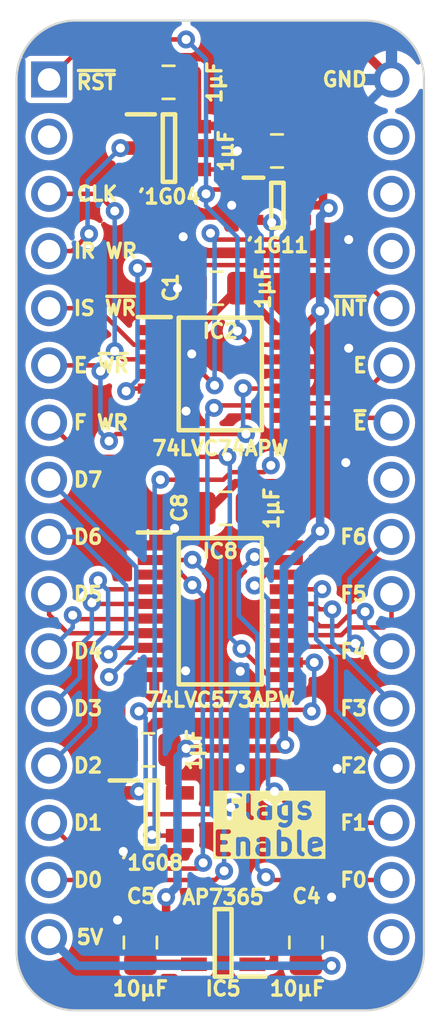
<source format=kicad_pcb>
(kicad_pcb (version 20221018) (generator pcbnew)
  (layers (0 "F.Cu" signal) (31 "B.Cu" signal) (36 "B.SilkS" user "B.Silkscreen") (37 "F.SilkS" user "F.Silkscreen") (38 "B.Mask" user) (39 "F.Mask" user) (44 "Edge.Cuts" user))
  (net 0 "")
  (net 1 "/5V")
  (net 2 "/GND")
  (net 3 "/3.3V")
  (net 4 "/~{Reset}")
  (net 5 "/Interrupt Enable")
  (net 6 "Net-(IC1-Y)")
  (net 7 "/~{Interrupt}")
  (net 9 "/~{Enable}")
  (net 10 "/Enable")
  (net 12 "/D0")
  (net 13 "/D1")
  (net 14 "/D2")
  (net 15 "/D3")
  (net 16 "/D4")
  (net 17 "/D5")
  (net 18 "/D6")
  (net 19 "/D7")
  (net 20 "/F6")
  (net 21 "/F5")
  (net 22 "/F4")
  (net 23 "/F3")
  (net 24 "/F2")
  (net 25 "/F1")
  (net 26 "/F0")
  (net 30 "Net-(IC4-B)")
  (net 31 "/Clear Interrupt ~{WR}")
  (net 32 "/Set Interrupt ~{WR}")
  (net 33 "/CLK")
  (net 34 "/Enable ~{WR}")
  (net 35 "/Clear Interrupt WR")
  (net 36 "/Flags WR")
  (footprint "SamacSys_Parts:SOT95P275X110-5N" (layer "F.Cu") (at 118.872 85.979)
    (fp_text reference "IC4" hide)
    (fp_text value "74LVC1G08GV,125" hide)
  )
  (footprint "SamacSys_Parts:SOP65P210X110-6N" (layer "F.Cu") (at 124.46 58.928)
    (fp_text reference "IC1" hide)
    (fp_text value "74LVC1G11GW-Q100H" hide)
  )
  (footprint "SamacSys_Parts:C_0805" (layer "F.Cu") (at 122.174 72.39 90)
    (fp_text reference "C8")
    (fp_text value "1μF")
  )
  (footprint "SamacSys_Parts:C_0805" (layer "F.Cu") (at 118.364 91.694)
    (fp_text reference "C5")
    (fp_text value "10µF")
  )
  (footprint "SamacSys_Parts:C_0805" (layer "F.Cu") (at 124.46 56.515 90)
    (fp_text reference "C6" hide)
    (fp_text value "1μF")
  )
  (footprint "SamacSys_Parts:C_0805" (layer "F.Cu") (at 121.793 62.611 90)
    (fp_text reference "C1")
    (fp_text value "1μF")
  )
  (footprint "SamacSys_Parts:C_0805" (layer "F.Cu") (at 125.73 91.694)
    (fp_text reference "C4")
    (fp_text value "10µF")
  )
  (footprint "SamacSys_Parts:DIP-32_Board_W15.24mm" (layer "F.Cu") (at 114.3 53.34)
    (fp_text reference "J1" hide)
    (fp_text value "Conn_02x16_Counter_Clockwise" hide)
  )
  (footprint "SamacSys_Parts:C_0805" (layer "F.Cu") (at 119.634 53.467 90)
    (fp_text reference "C7" hide)
    (fp_text value "1μF")
  )
  (footprint "SamacSys_Parts:SOT95P275X110-5N" (layer "F.Cu") (at 119.634 56.388)
    (fp_text reference "IC3" hide)
    (fp_text value "74LVC1G04GV,125" hide)
  )
  (footprint "SamacSys_Parts:C_0805" (layer "F.Cu") (at 118.725 83.119 90)
    (fp_text reference "C9" hide)
    (fp_text value "1μF")
  )
  (footprint "SamacSys_Parts:SOP65P640X110-14N" (layer "F.Cu") (at 121.92 66.421)
    (fp_text reference "IC2")
    (fp_text value "74LVC74APW,118" hide)
  )
  (footprint "SamacSys_Parts:SOT95P285X130-5N" (layer "F.Cu") (at 122.047 91.694 180)
    (fp_text reference "IC5")
    (fp_text value "AP7365-33WG-7" hide)
  )
  (footprint "SamacSys_Parts:SOP65P640X110-20N" (layer "F.Cu") (at 121.92 76.962)
    (fp_text reference "IC8")
    (fp_text value "74LVC573APW,118" hide)
  )
  (gr_line (start 115.4684 50.726268) (end 128.3716 50.726268) (stroke (width 0.1)) (layer "Edge.Cuts"))
  (gr_arc (start 112.854668 53.34) (mid 113.620212 51.491812) (end 115.4684 50.726268) (stroke (width 0.1)) (layer "Edge.Cuts"))
  (gr_line (start 128.371601 94.688732) (end 115.468401 94.688732) (stroke (width 0.1)) (layer "Edge.Cuts"))
  (gr_line (start 112.854668 92.074999) (end 112.854668 53.34) (stroke (width 0.1)) (layer "Edge.Cuts"))
  (gr_arc (start 128.3716 50.726268) (mid 130.219788 51.491812) (end 130.985332 53.34) (stroke (width 0.1)) (layer "Edge.Cuts"))
  (gr_line (start 130.985333 92.075) (end 130.985332 53.34) (stroke (width 0.1)) (layer "Edge.Cuts"))
  (gr_arc (start 115.468401 94.688732) (mid 113.620212 93.923188) (end 112.854668 92.074999) (stroke (width 0.1)) (layer "Edge.Cuts"))
  (gr_arc (start 130.985333 92.075) (mid 130.219788 93.923187) (end 128.371601 94.688732) (stroke (width 0.1)) (layer "Edge.Cuts"))
  (gr_text "F1" (at 128.524 86.36) (layer "F.SilkS") (effects (font (size 0.635 0.635) (thickness 0.15) bold) (justify right)))
  (gr_text "F5" (at 128.524 76.2) (layer "F.SilkS") (effects (font (size 0.635 0.635) (thickness 0.15) bold) (justify right)))
  (gr_text "F3" (at 128.524 81.28) (layer "F.SilkS") (effects (font (size 0.635 0.635) (thickness 0.15) bold) (justify right)))
  (gr_text "~{E}" (at 128.524 68.58) (layer "F.SilkS") (effects (font (size 0.635 0.635) (thickness 0.15) bold) (justify right)))
  (gr_text "E ~{WR}" (at 115.316 66.04) (layer "F.SilkS") (effects (font (size 0.635 0.635) (thickness 0.15) bold) (justify left)))
  (gr_text "D7" (at 115.316 71.12) (layer "F.SilkS") (effects (font (size 0.635 0.635) (thickness 0.15) bold) (justify left)))
  (gr_text "D4" (at 115.316 78.74) (layer "F.SilkS") (effects (font (size 0.635 0.635) (thickness 0.15) bold) (justify left)))
  (gr_text "IR WR" (at 115.316 60.96) (layer "F.SilkS") (effects (font (size 0.635 0.635) (thickness 0.15) bold) (justify left)))
  (gr_text "D2" (at 115.316 83.82) (layer "F.SilkS") (effects (font (size 0.635 0.635) (thickness 0.15) bold) (justify left)))
  (gr_text "F2" (at 128.524 83.82) (layer "F.SilkS") (effects (font (size 0.635 0.635) (thickness 0.15) bold) (justify right)))
  (gr_text "Flags\nEnable" (at 124.079 87.884) (layer "F.SilkS" knockout) (effects (font (size 1 1) (thickness 0.2) bold) (justify bottom)))
  (gr_text "F4" (at 128.524 78.74) (layer "F.SilkS") (effects (font (size 0.635 0.635) (thickness 0.15) bold) (justify right)))
  (gr_text "F6" (at 128.524 73.66) (layer "F.SilkS") (effects (font (size 0.635 0.635) (thickness 0.15) bold) (justify right)))
  (gr_text "D3" (at 115.316 81.28) (layer "F.SilkS") (effects (font (size 0.635 0.635) (thickness 0.15) bold) (justify left)))
  (gr_text "GND" (at 128.524 53.34) (layer "F.SilkS") (effects (font (size 0.635 0.635) (thickness 0.15) bold) (justify right)))
  (gr_text "F WR" (at 115.316 68.58) (layer "F.SilkS") (effects (font (size 0.635 0.635) (thickness 0.15) bold) (justify left)))
  (gr_text "D6" (at 115.316 73.66) (layer "F.SilkS") (effects (font (size 0.635 0.635) (thickness 0.15) bold) (justify left)))
  (gr_text "D5" (at 115.316 76.2) (layer "F.SilkS") (effects (font (size 0.635 0.635) (thickness 0.15) bold) (justify left)))
  (gr_text "CLK" (at 115.443 58.42) (layer "F.SilkS") (effects (font (size 0.635 0.635) (thickness 0.15) bold) (justify left)))
  (gr_text "IS ~{WR}" (at 115.316 63.5) (layer "F.SilkS") (effects (font (size 0.635 0.635) (thickness 0.15) bold) (justify left)))
  (gr_text "E" (at 128.524 66.04) (layer "F.SilkS") (effects (font (size 0.635 0.635) (thickness 0.15) bold) (justify right)))
  (gr_text "D1" (at 115.316 86.36) (layer "F.SilkS") (effects (font (size 0.635 0.635) (thickness 0.15) bold) (justify left)))
  (gr_text "~{INT}" (at 128.524 63.5) (layer "F.SilkS") (effects (font (size 0.635 0.635) (thickness 0.15) bold) (justify right)))
  (gr_text "D0" (at 115.316 88.9) (layer "F.SilkS") (effects (font (size 0.635 0.635) (thickness 0.15) bold) (justify left)))
  (gr_text "F0" (at 128.524 88.9) (layer "F.SilkS") (effects (font (size 0.635 0.635) (thickness 0.15) bold) (justify right)))
  (gr_text "5V" (at 115.443 91.44) (layer "F.SilkS") (effects (font (size 0.635 0.635) (thickness 0.15) bold) (justify left)))
  (gr_text "~{RST}" (at 115.443 53.467) (layer "F.SilkS") (effects (font (size 0.635 0.635) (thickness 0.15) bold) (justify left)))
  (segment (start 125.73 92.456) (end 124.968 91.694) (width 0.38) (layer "F.Cu") (net 1))
  (segment (start 124.312 91.694) (end 124.312 92.477) (width 0.38) (layer "F.Cu") (net 1))
  (segment (start 124.145 92.644) (end 123.347 92.644) (width 0.38) (layer "F.Cu") (net 1))
  (segment (start 124.312 91.004) (end 124.312 91.694) (width 0.38) (layer "F.Cu") (net 1))
  (segment (start 125.73 92.628) (end 126.791 92.628) (width 0.38) (layer "F.Cu") (net 1))
  (segment (start 124.968 91.694) (end 124.312 91.694) (width 0.38) (layer "F.Cu") (net 1))
  (segment (start 124.052 90.744) (end 124.312 91.004) (width 0.38) (layer "F.Cu") (net 1))
  (segment (start 126.791 92.628) (end 126.873 92.71) (width 0.38) (layer "F.Cu") (net 1))
  (segment (start 123.347 90.744) (end 124.052 90.744) (width 0.38) (layer "F.Cu") (net 1))
  (segment (start 124.312 92.477) (end 124.145 92.644) (width 0.38) (layer "F.Cu") (net 1))
  (via (at 126.873 92.71) (size 0.8) (drill 0.4) (layers "F.Cu" "B.Cu") (net 1))
  (segment (start 115.57 92.71) (end 114.3 91.44) (width 0.38) (layer "B.Cu") (net 1))
  (segment (start 126.873 92.71) (end 115.57 92.71) (width 0.38) (layer "B.Cu") (net 1))
  (segment (start 124.587 90.043) (end 124.576 90.054) (width 0.38) (layer "F.Cu") (net 2))
  (segment (start 117.040886 57.338) (end 118.384 57.338) (width 0.38) (layer "F.Cu") (net 2))
  (segment (start 121.976 59.38) (end 122.428005 58.927995) (width 0.38) (layer "F.Cu") (net 2))
  (segment (start 121.92 93.599) (end 122.301 93.218) (width 0.38) (layer "F.Cu") (net 2))
  (segment (start 122.301 90.135) (end 122.301 91.603) (width 0.38) (layer "F.Cu") (net 2))
  (segment (start 117.622 87.61) (end 117.602 87.63) (width 0.38) (layer "F.Cu") (net 2))
  (segment (start 116.586 55.549) (end 116.586 56.883114) (width 0.38) (layer "F.Cu") (net 2))
  (segment (start 119.783 52.352) (end 128.552 52.352) (width 0.38) (layer "F.Cu") (net 2))
  (segment (start 117.622 86.929) (end 116.867 86.929) (width 0.38) (layer "F.Cu") (net 2))
  (segment (start 116.607 83.672) (end 117.16 83.119) (width 0.38) (layer "F.Cu") (net 2))
  (segment (start 120.097 68.371) (end 120.396 68.072) (width 0.38) (layer "F.Cu") (net 2))
  (segment (start 127.142 65.771) (end 124.858 65.771) (width 0.38) (layer "F.Cu") (net 2))
  (segment (start 122.42801 58.928) (end 122.428005 58.927995) (width 0.38) (layer "F.Cu") (net 2))
  (segment (start 117.249 93.143097) (end 117.704903 93.599) (width 0.38) (layer "F.Cu") (net 2))
  (segment (start 120.629 72.39) (end 119.888 73.131) (width 0.38) (layer "F.Cu") (net 2))
  (segment (start 119.888 73.131) (end 119.888 73.279) (width 0.38) (layer "F.Cu") (net 2))
  (segment (start 120.65 61.087) (end 120.523 60.96) (width 0.38) (layer "F.Cu") (net 2))
  (segment (start 127.635 65.278) (end 127.142 65.771) (width 0.38) (layer "F.Cu") (net 2))
  (segment (start 121.477903 72.39) (end 122.592903 71.275) (width 0.38) (layer "F.Cu") (net 2))
  (segment (start 120.706 59.38) (end 121.976 59.38) (width 0.38) (layer "F.Cu") (net 2))
  (segment (start 122.789744 79.609748) (end 122.808996 79.629) (width 0.38) (layer "F.Cu") (net 2))
  (segment (start 122.301 93.218) (end 122.301 91.603) (width 0.38) (layer "F.Cu") (net 2))
  (segment (start 120.523 59.563) (end 120.706 59.38) (width 0.38) (layer "F.Cu") (net 2))
  (segment (start 125.807 90.728) (end 126.873 89.662) (width 0.38) (layer "F.Cu") (net 2))
  (segment (start 124.576 90.054) (end 122.382 90.054) (width 0.38) (layer "F.Cu") (net 2))
  (segment (start 120.523 60.071) (end 120.523 59.563) (width 0.38) (layer "F.Cu") (net 2))
  (segment (start 116.607 86.669) (end 116.607 83.672) (width 0.38) (layer "F.Cu") (net 2))
  (segment (start 126.591 71.275) (end 127.508 70.358) (width 0.38) (layer "F.Cu") (net 2))
  (segment (start 124.858 66.421) (end 124.858 65.771) (width 0.38) (layer "F.Cu") (net 2))
  (segment (start 120.376752 79.609748) (end 122.789744 79.609748) (width 0.38) (layer "F.Cu") (net 2))
  (segment (start 118.364 90.997903) (end 117.249 92.112903) (width 0.38) (layer "F.Cu") (net 2))
  (segment (start 120.523 60.96) (end 120.523 60.579) (width 0.38) (layer "F.Cu") (net 2))
  (segment (start 116.586 56.883114) (end 117.040886 57.338) (width 0.38) (layer "F.Cu") (net 2))
  (segment (start 122.382 90.054) (end 122.301 90.135) (width 0.38) (layer "F.Cu") (net 2))
  (segment (start 118.668 53.467) (end 116.586 55.549) (width 0.38) (layer "F.Cu") (net 2))
  (segment (start 123.494 56.515) (end 122.682 56.515) (width 0.38) (layer "F.Cu") (net 2))
  (segment (start 127.635 60.452) (end 127 61.087) (width 0.38) (layer "F.Cu") (net 2))
  (segment (start 118.982 68.371) (end 120.097 68.371) (width 0.38) (layer "F.Cu") (net 2))
  (segment (start 124.598 90.054) (end 124.587 90.043) (width 0.38) (layer "F.Cu") (net 2))
  (segment (start 125.056 90.054) (end 124.598 90.054) (width 0.38) (layer "F.Cu") (net 2))
  (segment (start 128.552 52.352) (end 129.54 53.34) (width 0.38) (layer "F.Cu") (net 2))
  (segment (start 117.348 90.678) (end 118.314 90.678) (width 0.38) (layer "F.Cu") (net 2))
  (segment (start 127 61.087) (end 120.65 61.087) (width 0.38) (layer "F.Cu") (net 2))
  (segment (start 120.904 65.786) (end 120.65 65.532) (width 0.38) (layer "F.Cu") (net 2))
  (segment (start 117.509 82.869) (end 117.509 80.8475) (width 0.38) (layer "F.Cu") (net 2))
  (segment (start 119.74 73.279) (end 118.982 74.037) (width 0.38) (layer "F.Cu") (net 2))
  (segment (start 125.73 90.728) (end 125.056 90.054) (width 0.38) (layer "F.Cu") (net 2))
  (segment (start 117.622 86.929) (end 117.622 87.61) (width 0.38) (layer "F.Cu") (net 2))
  (segment (start 118.982 79.887) (end 120.0995 79.887) (width 0.38) (layer "F.Cu") (net 2))
  (segment (start 118.668 53.467) (end 119.783 52.352) (width 0.38) (layer "F.Cu") (net 2))
  (segment (start 120.523 60.579) (end 120.269 60.325) (width 0.38) (layer "F.Cu") (net 2))
  (segment (start 122.301 91.603) (end 122.392 91.694) (width 0.38) (layer "F.Cu") (net 2))
  (segment (start 127.127 83.947) (end 122.809 83.947) (width 0.38) (layer "F.Cu") (net 2))
  (segment (start 123.398 58.928) (end 122.42801 58.928) (width 0.38) (layer "F.Cu") (net 2))
  (segment (start 120.0995 79.887) (end 120.376752 79.609748) (width 0.38) (layer "F.Cu") (net 2))
  (segment (start 117.704903 93.599) (end 121.92 93.599) (width 0.38) (layer "F.Cu") (net 2))
  (segment (start 121.208 72.39) (end 120.629 72.39) (width 0.38) (layer "F.Cu") (net 2))
  (segment (start 122.592903 71.275) (end 126.591 71.275) (width 0.38) (layer "F.Cu") (net 2))
  (segment (start 120.269 60.325) (end 120.523 60.071) (width 0.38) (layer "F.Cu") (net 2))
  (segment (start 117.16 83.119) (end 117.759 83.119) (width 0.38) (layer "F.Cu") (net 2))
  (segment (start 124.843 65.786) (end 120.904 65.786) (width 0.38) (layer "F.Cu") (net 2))
  (segment (start 122.392 91.694) (end 123.347 91.694) (width 0.38) (layer "F.Cu") (net 2))
  (segment (start 120.827 62.611) (end 120.015 62.611) (width 0.38) (layer "F.Cu") (net 2))
  (segment (start 116.867 86.929) (end 116.607 86.669) (width 0.38) (layer "F.Cu") (net 2))
  (segment (start 119.888 73.279) (end 119.74 73.279) (width 0.38) (layer "F.Cu") (net 2))
  (segment (start 117.509 80.8475) (end 118.4695 79.887) (width 0.38) (layer "F.Cu") (net 2))
  (segment (start 117.249 92.112903) (end 117.249 93.143097) (width 0.38) (layer "F.Cu") (net 2))
  (via (at 117.602 87.63) (size 0.8) (drill 0.4) (layers "F.Cu" "B.Cu") (net 2))
  (via (at 122.809 83.947) (size 0.8) (drill 0.4) (layers "F.Cu" "B.Cu") (net 2))
  (via (at 120.269 60.325) (size 0.8) (drill 0.4) (layers "F.Cu" "B.Cu") (net 2))
  (via (at 122.428005 58.927995) (size 0.8) (drill 0.4) (layers "F.Cu" "B.Cu") (net 2))
  (via (at 117.348 90.678) (size 0.8) (drill 0.4) (layers "F.Cu" "B.Cu") (net 2))
  (via (at 122.808996 79.629) (size 0.8) (drill 0.4) (layers "F.Cu" "B.Cu") (net 2))
  (via (at 119.888 73.279) (size 0.8) (drill 0.4) (layers "F.Cu" "B.Cu") (net 2))
  (via (at 126.873 89.662) (size 0.8) (drill 0.4) (layers "F.Cu" "B.Cu") (net 2))
  (via (at 120.015 62.611) (size 0.8) (drill 0.4) (layers "F.Cu" "B.Cu") (net 2))
  (via (at 127.635 65.278) (size 0.8) (drill 0.4) (layers "F.Cu" "B.Cu") (net 2))
  (via (at 127.508 70.358) (size 0.8) (drill 0.4) (layers "F.Cu" "B.Cu") (net 2))
  (via (at 127.635 60.452) (size 0.8) (drill 0.4) (layers "F.Cu" "B.Cu") (net 2))
  (via (at 120.376752 79.609748) (size 0.8) (drill 0.4) (layers "F.Cu" "B.Cu") (net 2))
  (via (at 122.682 56.515) (size 0.8) (drill 0.4) (layers "F.Cu" "B.Cu") (net 2))
  (via (at 120.65 65.532) (size 0.8) (drill 0.4) (layers "F.Cu" "B.Cu") (net 2))
  (via (at 127.127 83.947) (size 0.8) (drill 0.4) (layers "F.Cu" "B.Cu") (net 2))
  (via (at 120.396 68.072) (size 0.8) (drill 0.4) (layers "F.Cu" "B.Cu") (net 2))
  (segment (start 120.523 65.532) (end 120.015 66.04) (width 0.38) (layer "B.Cu") (net 2))
  (segment (start 122.809 83.947) (end 122.809 79.883) (width 0.38) (layer "B.Cu") (net 2))
  (segment (start 127.635 60.452) (end 127.635 65.278) (width 0.38) (layer "B.Cu") (net 2))
  (segment (start 127.127 89.408) (end 127.127 83.947) (width 0.38) (layer "B.Cu") (net 2))
  (segment (start 117.602 90.424) (end 117.348 90.678) (width 0.38) (layer "B.Cu") (net 2))
  (segment (start 129.54 53.34) (end 127.635 55.245) (width 0.38) (layer "B.Cu") (net 2))
  (segment (start 127.635 56.388) (end 127.635 60.452) (width 0.38) (layer "B.Cu") (net 2))
  (segment (start 119.888 73.279) (end 119.888 79.120996) (width 0.38) (layer "B.Cu") (net 2))
  (segment (start 119.888 79.120996) (end 120.376752 79.609748) (width 0.38) (layer "B.Cu") (net 2))
  (segment (start 127.635 70.231) (end 127.508 70.358) (width 0.38) (layer "B.Cu") (net 2))
  (segment (start 120.015 62.611) (end 120.015 65.151) (width 0.38) (layer "B.Cu") (net 2))
  (segment (start 120.396 68.072) (end 120.396 72.771) (width 0.38) (layer "B.Cu") (net 2))
  (segment (start 122.809 79.629004) (end 122.808996 79.629) (width 0.38) (layer "B.Cu") (net 2))
  (segment (start 120.015 60.579) (end 120.269 60.325) (width 0.38) (layer "B.Cu") (net 2))
  (segment (start 120.015 67.691) (end 120.396 68.072) (width 0.38) (layer "B.Cu") (net 2))
  (segment (start 122.682 58.674) (end 122.428005 58.927995) (width 0.38) (layer "B.Cu") (net 2))
  (segment (start 122.682 56.515) (end 122.682 58.674) (width 0.38) (layer "B.Cu") (net 2))
  (segment (start 120.015 66.04) (end 120.015 67.691) (width 0.38) (layer "B.Cu") (net 2))
  (segment (start 120.65 65.532) (end 120.523 65.532) (width 0.38) (layer "B.Cu") (net 2))
  (segment (start 126.873 89.662) (end 127.127 89.408) (width 0.38) (layer "B.Cu") (net 2))
  (segment (start 117.602 87.63) (end 117.602 90.424) (width 0.38) (layer "B.Cu") (net 2))
  (segment (start 127.635 55.245) (end 127.635 56.388) (width 0.38) (layer "B.Cu") (net 2))
  (segment (start 120.396 72.771) (end 119.888 73.279) (width 0.38) (layer "B.Cu") (net 2))
  (segment (start 120.65 65.532) (end 120.396 65.532) (width 0.38) (layer "B.Cu") (net 2))
  (segment (start 127.635 65.278) (end 127.635 70.231) (width 0.38) (layer "B.Cu") (net 2))
  (segment (start 122.809 79.883) (end 122.809 79.629004) (width 0.38) (layer "B.Cu") (net 2))
  (segment (start 120.396 65.532) (end 120.015 65.151) (width 0.38) (layer "B.Cu") (net 2))
  (segment (start 120.015 62.611) (end 120.015 60.579) (width 0.38) (layer "B.Cu") (net 2))
  (segment (start 124.858 74.037) (end 125.734 74.037) (width 0.38) (layer "F.Cu") (net 3))
  (segment (start 126.746 59.055) (end 126.609 58.918) (width 0.38) (layer "F.Cu") (net 3))
  (segment (start 125.522 58.928) (end 126.3395 58.928) (width 0.38) (layer "F.Cu") (net 3))
  (segment (start 124.755 74.037) (end 123.108 72.39) (width 0.38) (layer "F.Cu") (net 3))
  (segment (start 125.521 64.471) (end 126.365 63.627) (width 0.38) (layer "F.Cu") (net 3))
  (segment (start 119.659 83.119) (end 119.659 84.566) (width 0.38) (layer "F.Cu") (net 3))
  (segment (start 120.867 64.471) (end 118.982 64.471) (width 0.38) (layer "F.Cu") (net 3))
  (segment (start 126.609 58.918) (end 126.3495 58.918) (width 0.38) (layer "F.Cu") (net 3))
  (segment (start 126.3495 58.918) (end 126.492 58.7755) (width 0.38) (layer "F.Cu") (net 3))
  (segment (start 122.727 62.611) (end 120.867 64.471) (width 0.38) (layer "F.Cu") (net 3))
  (segment (start 124.587 64.471) (end 122.727 62.611) (width 0.38) (layer "F.Cu") (net 3))
  (segment (start 118.364 92.628) (end 120.731 92.628) (width 0.38) (layer "F.Cu") (net 3))
  (segment (start 124.858 64.471) (end 125.521 64.471) (width 0.38) (layer "F.Cu") (net 3))
  (segment (start 126.3395 58.928) (end 126.3495 58.918) (width 0.38) (layer "F.Cu") (net 3))
  (segment (start 120.396 83.058) (end 124.652 83.058) (width 0.38) (layer "F.Cu") (net 3))
  (segment (start 125.734 74.037) (end 126.365 73.406) (width 0.38) (layer "F.Cu") (net 3))
  (segment (start 124.279 55.4) (end 125.394 56.515) (width 0.38) (layer "F.Cu") (net 3))
  (segment (start 119.659 84.566) (end 120.122 85.029) (width 0.38) (layer "F.Cu") (net 3))
  (segment (start 119.72 83.058) (end 120.396 83.058) (width 0.38) (layer "F.Cu") (net 3))
  (segment (start 126.492 58.7755) (end 126.492 57.613) (width 0.38) (layer "F.Cu") (net 3))
  (segment (start 120.884 55.438) (end 120.884 53.783) (width 0.38) (layer "F.Cu") (net 3))
  (segment (start 120.884 53.783) (end 120.568 53.467) (width 0.38) (layer "F.Cu") (net 3))
  (segment (start 119.507 91.485) (end 119.507 89.662) (width 0.38) (layer "F.Cu") (net 3))
  (segment (start 118.364 92.628) (end 119.507 91.485) (width 0.38) (layer "F.Cu") (net 3))
  (segment (start 126.492 57.613) (end 125.394 56.515) (width 0.38) (layer "F.Cu") (net 3))
  (segment (start 124.652 83.058) (end 124.810002 82.899998) (width 0.38) (layer "F.Cu") (net 3))
  (segment (start 120.922 55.4) (end 124.279 55.4) (width 0.38) (layer "F.Cu") (net 3))
  (via (at 119.507 89.662) (size 0.8) (drill 0.4) (layers "F.Cu" "B.Cu") (net 3))
  (via (at 120.396 83.058) (size 0.8) (drill 0.4) (layers "F.Cu" "B.Cu") (net 3))
  (via (at 126.746 59.055) (size 0.8) (drill 0.4) (layers "F.Cu" "B.Cu") (net 3))
  (via (at 126.365 63.627) (size 0.8) (drill 0.4) (layers "F.Cu" "B.Cu") (net 3))
  (via (at 124.810002 82.899998) (size 0.8) (drill 0.4) (layers "F.Cu" "B.Cu") (net 3))
  (via (at 126.365 73.406) (size 0.8) (drill 0.4) (layers "F.Cu" "B.Cu") (net 3))
  (segment (start 120.015 83.439) (end 120.396 83.058) (width 0.38) (layer "B.Cu") (net 3))
  (segment (start 126.365 73.406) (end 124.7465 75.0245) (width 0.38) (layer "B.Cu") (net 3))
  (segment (start 126.365 73.406) (end 126.365 63.627) (width 0.38) (layer "B.Cu") (net 3))
  (segment (start 120.015 89.154) (end 120.015 83.439) (width 0.38) (layer "B.Cu") (net 3))
  (segment (start 126.365 63.627) (end 126.365 59.436) (width 0.38) (layer "B.Cu") (net 3))
  (segment (start 126.365 59.436) (end 126.746 59.055) (width 0.38) (layer "B.Cu") (net 3))
  (segment (start 124.7465 82.836496) (end 124.810002 82.899998) (width 0.38) (layer "B.Cu") (net 3))
  (segment (start 119.507 89.662) (end 120.015 89.154) (width 0.38) (layer "B.Cu") (net 3))
  (segment (start 124.7465 75.0245) (end 124.7465 82.836496) (width 0.38) (layer "B.Cu") (net 3))
  (segment (start 116.078 51.562) (end 120.396 51.562) (width 0.2) (layer "F.Cu") (net 4))
  (segment (start 114.3 53.34) (end 116.078 51.562) (width 0.2) (layer "F.Cu") (net 4))
  (segment (start 121.477001 58.227999) (end 121.285 58.42) (width 0.2) (layer "F.Cu") (net 4))
  (segment (start 124.858 65.121) (end 123.287008 65.121) (width 0.2) (layer "F.Cu") (net 4))
  (segment (start 123.347999 58.227999) (end 121.477001 58.227999) (width 0.2) (layer "F.Cu") (net 4))
  (segment (start 123.287008 65.121) (end 122.682 64.515992) (width 0.2) (layer "F.Cu") (net 4))
  (via (at 122.682 64.515992) (size 0.8) (drill 0.4) (layers "F.Cu" "B.Cu") (net 4))
  (via (at 121.285 58.42) (size 0.8) (drill 0.4) (layers "F.Cu" "B.Cu") (net 4))
  (via (at 120.396 51.562) (size 0.8) (drill 0.4) (layers "F.Cu" "B.Cu") (net 4))
  (segment (start 121.285 58.95405) (end 122.682 60.35105) (width 0.2) (layer "B.Cu") (net 4))
  (segment (start 122.682 60.35105) (end 122.682 64.515992) (width 0.2) (layer "B.Cu") (net 4))
  (segment (start 121.285 58.42) (end 121.285 52.451) (width 0.2) (layer "B.Cu") (net 4))
  (segment (start 121.285 52.451) (end 120.396 51.562) (width 0.2) (layer "B.Cu") (net 4))
  (segment (start 121.285 58.42) (end 121.285 58.95405) (width 0.2) (layer "B.Cu") (net 4))
  (segment (start 120.122 86.929) (end 118.917876 86.929) (width 0.2) (layer "F.Cu") (net 5))
  (segment (start 118.917876 86.929) (end 118.881862 86.892986) (width 0.2) (layer "F.Cu") (net 5))
  (segment (start 122.389939 70.785) (end 123.870031 70.785) (width 0.2) (layer "F.Cu") (net 5))
  (segment (start 119.253 71.12) (end 122.054939 71.12) (width 0.2) (layer "F.Cu") (net 5))
  (segment (start 123.870031 70.785) (end 124.170031 70.485) (width 0.2) (layer "F.Cu") (net 5))
  (segment (start 124.094 59.578) (end 124.206 59.69) (width 0.2) (layer "F.Cu") (net 5))
  (segment (start 123.398 59.578) (end 124.094 59.578) (width 0.2) (layer "F.Cu") (net 5))
  (segment (start 122.054939 71.12) (end 122.389939 70.785) (width 0.2) (layer "F.Cu") (net 5))
  (via (at 118.881862 86.892986) (size 0.8) (drill 0.4) (layers "F.Cu" "B.Cu") (net 5))
  (via (at 119.253 71.12) (size 0.8) (drill 0.4) (layers "F.Cu" "B.Cu") (net 5))
  (via (at 124.206 59.69) (size 0.8) (drill 0.4) (layers "F.Cu" "B.Cu") (net 5))
  (via (at 124.170031 70.485) (size 0.8) (drill 0.4) (layers "F.Cu" "B.Cu") (net 5))
  (segment (start 118.881862 86.892986) (end 118.999 86.775848) (width 0.2) (layer "B.Cu") (net 5))
  (segment (start 124.206 70.449031) (end 124.170031 70.485) (width 0.2) (layer "B.Cu") (net 5))
  (segment (start 118.999 86.775848) (end 118.999 71.374) (width 0.2) (layer "B.Cu") (net 5))
  (segment (start 124.206 59.69) (end 124.206 70.449031) (width 0.2) (layer "B.Cu") (net 5))
  (segment (start 118.999 71.374) (end 119.253 71.12) (width 0.2) (layer "B.Cu") (net 5))
  (segment (start 121.158 66.421) (end 121.666 66.929) (width 0.2) (layer "F.Cu") (net 6))
  (segment (start 118.982 66.421) (end 121.158 66.421) (width 0.2) (layer "F.Cu") (net 6))
  (segment (start 125.522 59.578) (end 124.648 60.452) (width 0.2) (layer "F.Cu") (net 6))
  (segment (start 121.76604 60.452) (end 121.48404 60.17) (width 0.2) (layer "F.Cu") (net 6))
  (segment (start 124.648 60.452) (end 121.76604 60.452) (width 0.2) (layer "F.Cu") (net 6))
  (via (at 121.48404 60.17) (size 0.8) (drill 0.4) (layers "F.Cu" "B.Cu") (net 6))
  (via (at 121.666 66.929) (size 0.8) (drill 0.4) (layers "F.Cu" "B.Cu") (net 6))
  (segment (start 121.666 60.35196) (end 121.48404 60.17) (width 0.2) (layer "B.Cu") (net 6))
  (segment (start 121.666 66.929) (end 121.666 60.35196) (width 0.2) (layer "B.Cu") (net 6))
  (segment (start 118.373 61.586) (end 127.626 61.586) (width 0.2) (layer "F.Cu") (net 7))
  (segment (start 117.841 67.071) (end 117.729 67.183) (width 0.2) (layer "F.Cu") (net 7))
  (segment (start 127.626 61.586) (end 129.54 63.5) (width 0.2) (layer "F.Cu") (net 7))
  (segment (start 118.982 67.071) (end 117.841 67.071) (width 0.2) (layer "F.Cu") (net 7))
  (segment (start 118.237 61.722) (end 118.373 61.586) (width 0.2) (layer "F.Cu") (net 7))
  (via (at 117.729 67.183) (size 0.8) (drill 0.4) (layers "F.Cu" "B.Cu") (net 7))
  (via (at 118.237 61.722) (size 0.8) (drill 0.4) (layers "F.Cu" "B.Cu") (net 7))
  (segment (start 117.729 67.183) (end 118.237 66.675) (width 0.2) (layer "B.Cu") (net 7))
  (segment (start 118.237 66.675) (end 118.237 61.722) (width 0.2) (layer "B.Cu") (net 7))
  (segment (start 124.858 68.371) (end 129.331 68.371) (width 0.2) (layer "F.Cu") (net 9))
  (segment (start 121.751551 67.818) (end 121.640865 67.928686) (width 0.2) (layer "F.Cu") (net 10))
  (segment (start 117.622 85.979) (end 122.080525 85.979) (width 0.2) (layer "F.Cu") (net 10))
  (segment (start 122.080525 85.979) (end 122.385 85.674525) (width 0.2) (layer "F.Cu") (net 10))
  (segment (start 127.859 67.721) (end 129.54 66.04) (width 0.2) (layer "F.Cu") (net 10))
  (segment (start 124.858 67.721) (end 127.859 67.721) (width 0.2) (layer "F.Cu") (net 10))
  (segment (start 124.761 67.818) (end 121.751551 67.818) (width 0.2) (layer "F.Cu") (net 10))
  (via (at 122.385 85.674525) (size 0.8) (drill 0.4) (layers "F.Cu" "B.Cu") (net 10))
  (via (at 121.640865 67.928686) (size 0.8) (drill 0.4) (layers "F.Cu" "B.Cu") (net 10))
  (segment (start 121.944 74.588682) (end 121.347 73.991682) (width 0.2) (layer "B.Cu") (net 10))
  (segment (start 121.347 68.222551) (end 121.640865 67.928686) (width 0.2) (layer "B.Cu") (net 10))
  (segment (start 121.347 73.991682) (end 121.347 68.222551) (width 0.2) (layer "B.Cu") (net 10))
  (segment (start 121.944 85.233525) (end 121.944 74.588682) (width 0.2) (layer "B.Cu") (net 10))
  (segment (start 122.385 85.674525) (end 121.944 85.233525) (width 0.2) (layer "B.Cu") (net 10))
  (segment (start 121.689221 88.9) (end 122.090787 88.498434) (width 0.2) (layer "F.Cu") (net 12))
  (segment (start 120.667014 74.687) (end 120.678014 74.676) (width 0.2) (layer "F.Cu") (net 12))
  (segment (start 114.3 88.9) (end 121.689221 88.9) (width 0.2) (layer "F.Cu") (net 12))
  (segment (start 118.982 74.687) (end 120.667014 74.687) (width 0.2) (layer "F.Cu") (net 12))
  (via (at 122.090787 88.498434) (size 0.8) (drill 0.4) (layers "F.Cu" "B.Cu") (net 12))
  (via (at 120.678014 74.676) (size 0.8) (drill 0.4) (layers "F.Cu" "B.Cu") (net 12))
  (segment (start 121.544 75.541986) (end 120.678014 74.676) (width 0.2) (layer "B.Cu") (net 12))
  (segment (start 122.090787 88.498434) (end 122.090787 86.530787) (width 0.2) (layer "B.Cu") (net 12))
  (segment (start 122.090787 86.530787) (end 121.544 85.984) (width 0.2) (layer "B.Cu") (net 12))
  (segment (start 121.544 85.984) (end 121.544 75.541986) (width 0.2) (layer "B.Cu") (net 12))
  (segment (start 120.904 88.392) (end 121.158 88.138) (width 0.2) (layer "F.Cu") (net 13))
  (segment (start 118.982 75.337) (end 120.21732 75.337) (width 0.2) (layer "F.Cu") (net 13))
  (segment (start 116.332 88.392) (end 120.904 88.392) (width 0.2) (layer "F.Cu") (net 13))
  (segment (start 114.3 86.36) (end 116.332 88.392) (width 0.2) (layer "F.Cu") (net 13))
  (segment (start 120.21732 75.337) (end 120.678 75.79768) (width 0.2) (layer "F.Cu") (net 13))
  (via (at 120.678 75.79768) (size 0.8) (drill 0.4) (layers "F.Cu" "B.Cu") (net 13))
  (via (at 121.158 88.138) (size 0.8) (drill 0.4) (layers "F.Cu" "B.Cu") (net 13))
  (segment (start 121.158 88.138) (end 121.144 88.124) (width 0.2) (layer "B.Cu") (net 13))
  (segment (start 121.144 88.124) (end 121.144 76.26368) (width 0.2) (layer "B.Cu") (net 13))
  (segment (start 121.144 76.26368) (end 120.678 75.79768) (width 0.2) (layer "B.Cu") (net 13))
  (segment (start 116.871694 75.987) (end 116.479671 75.594977) (width 0.2) (layer "F.Cu") (net 14))
  (segment (start 118.982 75.987) (end 116.871694 75.987) (width 0.2) (layer "F.Cu") (net 14))
  (via (at 116.479671 75.594977) (size 0.8) (drill 0.4) (layers "F.Cu" "B.Cu") (net 14))
  (segment (start 116.927431 76.042737) (end 116.927431 77.871959) (width 0.2) (layer "B.Cu") (net 14))
  (segment (start 116.927431 77.871959) (end 116.115 78.68439) (width 0.2) (layer "B.Cu") (net 14))
  (segment (start 116.115 82.005) (end 114.3 83.82) (width 0.2) (layer "B.Cu") (net 14))
  (segment (start 116.479671 75.594977) (end 116.927431 76.042737) (width 0.2) (layer "B.Cu") (net 14))
  (segment (start 116.115 78.68439) (end 116.115 82.005) (width 0.2) (layer "B.Cu") (net 14))
  (segment (start 116.251694 76.637) (end 116.202431 76.587737) (width 0.2) (layer "F.Cu") (net 15))
  (segment (start 118.982 76.637) (end 116.251694 76.637) (width 0.2) (layer "F.Cu") (net 15))
  (via (at 116.202431 76.587737) (size 0.8) (drill 0.4) (layers "F.Cu" "B.Cu") (net 15))
  (segment (start 116.202431 77.960563) (end 116.202431 76.587737) (width 0.2) (layer "B.Cu") (net 15))
  (segment (start 114.3 81.28) (end 115.665 79.915) (width 0.2) (layer "B.Cu") (net 15))
  (segment (start 115.665 78.497994) (end 116.202431 77.960563) (width 0.2) (layer "B.Cu") (net 15))
  (segment (start 115.665 79.915) (end 115.665 78.497994) (width 0.2) (layer "B.Cu") (net 15))
  (segment (start 115.530958 77.312737) (end 115.353 77.134779) (width 0.2) (layer "F.Cu") (net 16))
  (segment (start 118.956263 77.312737) (end 115.530958 77.312737) (width 0.2) (layer "F.Cu") (net 16))
  (via (at 115.353 77.134779) (size 0.8) (drill 0.4) (layers "F.Cu" "B.Cu") (net 16))
  (segment (start 114.3 78.74) (end 115.353 77.687) (width 0.2) (layer "B.Cu") (net 16))
  (segment (start 115.353 77.687) (end 115.353 77.134779) (width 0.2) (layer "B.Cu") (net 16))
  (segment (start 115.129916 77.937) (end 114.3 77.107084) (width 0.2) (layer "F.Cu") (net 17))
  (segment (start 114.3 77.107084) (end 114.3 76.2) (width 0.2) (layer "F.Cu") (net 17))
  (segment (start 118.982 77.937) (end 115.129916 77.937) (width 0.2) (layer "F.Cu") (net 17))
  (segment (start 117.237695 78.587) (end 116.945634 78.879061) (width 0.2) (layer "F.Cu") (net 18))
  (segment (start 118.982 78.587) (end 117.237695 78.587) (width 0.2) (layer "F.Cu") (net 18))
  (via (at 116.945634 78.879061) (size 0.8) (drill 0.4) (layers "F.Cu" "B.Cu") (net 18))
  (segment (start 115.57 73.66) (end 117.729 75.819) (width 0.2) (layer "B.Cu") (net 18))
  (segment (start 117.729 75.819) (end 117.729 78.095695) (width 0.2) (layer "B.Cu") (net 18))
  (segment (start 114.3 73.66) (end 115.57 73.66) (width 0.2) (layer "B.Cu") (net 18))
  (segment (start 117.729 78.095695) (end 116.945634 78.879061) (width 0.2) (layer "B.Cu") (net 18))
  (segment (start 118.982 79.237) (end 117.613 79.237) (width 0.2) (layer "F.Cu") (net 19))
  (segment (start 117.613 79.237) (end 116.967 79.883) (width 0.2) (layer "F.Cu") (net 19))
  (via (at 116.967 79.883) (size 0.8) (drill 0.4) (layers "F.Cu" "B.Cu") (net 19))
  (segment (start 114.3 71.12) (end 118.179 74.999) (width 0.2) (layer "B.Cu") (net 19))
  (segment (start 118.179 78.671) (end 116.967 79.883) (width 0.2) (layer "B.Cu") (net 19))
  (segment (start 118.179 74.999) (end 118.179 78.671) (width 0.2) (layer "B.Cu") (net 19))
  (segment (start 127.78601 78.536999) (end 127.929299 78.39371) (width 0.2) (layer "F.Cu") (net 20))
  (segment (start 124.908001 78.536999) (end 127.78601 78.536999) (width 0.2) (layer "F.Cu") (net 20))
  (via (at 127.929299 78.39371) (size 0.8) (drill 0.4) (layers "F.Cu" "B.Cu") (net 20))
  (segment (start 127.666674 78.131085) (end 127.929299 78.39371) (width 0.2) (layer "B.Cu") (net 20))
  (segment (start 127.666674 75.533326) (end 127.666674 78.131085) (width 0.2) (layer "B.Cu") (net 20))
  (segment (start 129.54 73.66) (end 127.666674 75.533326) (width 0.2) (layer "B.Cu") (net 20))
  (segment (start 129.188025 77.683345) (end 129.54 77.33137) (width 0.2) (layer "F.Cu") (net 21))
  (segment (start 127.307527 78.025532) (end 127.649714 77.683345) (width 0.2) (layer "F.Cu") (net 21))
  (segment (start 127.649714 77.683345) (end 129.188025 77.683345) (width 0.2) (layer "F.Cu") (net 21))
  (segment (start 129.54 77.33137) (end 129.54 76.2) (width 0.2) (layer "F.Cu") (net 21))
  (segment (start 124.946532 78.025532) (end 127.307527 78.025532) (width 0.2) (layer "F.Cu") (net 21))
  (segment (start 126.016315 77.287) (end 126.354847 77.625532) (width 0.2) (layer "F.Cu") (net 22))
  (segment (start 127.784028 76.983345) (end 128.366674 76.983345) (width 0.2) (layer "F.Cu") (net 22))
  (segment (start 126.354847 77.625532) (end 127.141841 77.625532) (width 0.2) (layer "F.Cu") (net 22))
  (segment (start 124.858 77.287) (end 126.016315 77.287) (width 0.2) (layer "F.Cu") (net 22))
  (segment (start 127.141841 77.625532) (end 127.784028 76.983345) (width 0.2) (layer "F.Cu") (net 22))
  (via (at 128.366674 76.983345) (size 0.8) (drill 0.4) (layers "F.Cu" "B.Cu") (net 22))
  (segment (start 128.366674 77.566674) (end 128.366674 76.983345) (width 0.2) (layer "B.Cu") (net 22))
  (segment (start 129.54 78.74) (end 128.366674 77.566674) (width 0.2) (layer "B.Cu") (net 22))
  (segment (start 124.858 76.637) (end 126.094893 76.637) (width 0.2) (layer "F.Cu") (net 23))
  (segment (start 126.333434 76.875541) (end 126.901883 76.875541) (width 0.2) (layer "F.Cu") (net 23))
  (segment (start 126.094893 76.637) (end 126.333434 76.875541) (width 0.2) (layer "F.Cu") (net 23))
  (via (at 126.901883 76.875541) (size 0.8) (drill 0.4) (layers "F.Cu" "B.Cu") (net 23))
  (segment (start 126.901883 78.356247) (end 126.901883 76.875541) (width 0.2) (layer "B.Cu") (net 23))
  (segment (start 129.54 80.994364) (end 126.901883 78.356247) (width 0.2) (layer "B.Cu") (net 23))
  (segment (start 124.858 75.987) (end 126.449157 75.987) (width 0.2) (layer "F.Cu") (net 24))
  (segment (start 126.449157 75.987) (end 126.455422 75.980735) (width 0.2) (layer "F.Cu") (net 24))
  (via (at 126.455422 75.980735) (size 0.8) (drill 0.4) (layers "F.Cu" "B.Cu") (net 24))
  (segment (start 129.54 83.82) (end 127.065 81.345) (width 0.2) (layer "B.Cu") (net 24))
  (segment (start 126.18328 76.252877) (end 126.455422 75.980735) (width 0.2) (layer "B.Cu") (net 24))
  (segment (start 127.065 81.345) (end 127.065 79.08505) (width 0.2) (layer "B.Cu") (net 24))
  (segment (start 126.18328 78.20333) (end 126.18328 76.252877) (width 0.2) (layer "B.Cu") (net 24))
  (segment (start 127.065 79.08505) (end 126.18328 78.20333) (width 0.2) (layer "B.Cu") (net 24))
  (segment (start 124.858 75.337) (end 123.926012 75.337) (width 0.2) (layer "F.Cu") (net 25))
  (segment (start 123.926012 75.337) (end 123.444 75.819012) (width 0.2) (layer "F.Cu") (net 25))
  (segment (start 129.54 86.36) (end 125.73 86.36) (width 0.2) (layer "F.Cu") (net 25))
  (segment (start 125.73 86.36) (end 124.333 84.963) (width 0.2) (layer "F.Cu") (net 25))
  (via (at 123.444 75.819012) (size 0.8) (drill 0.4) (layers "F.Cu" "B.Cu") (net 25))
  (via (at 124.333 84.963) (size 0.8) (drill 0.4) (layers "F.Cu" "B.Cu") (net 25))
  (segment (start 124.0465 76.421512) (end 124.0465 84.6765) (width 0.2) (layer "B.Cu") (net 25))
  (segment (start 124.0465 84.6765) (end 124.333 84.963) (width 0.2) (layer "B.Cu") (net 25))
  (segment (start 123.444 75.819012) (end 124.0465 76.421512) (width 0.2) (layer "B.Cu") (net 25))
  (segment (start 124.858 74.687) (end 123.582004 74.687) (width 0.2) (layer "F.Cu") (net 26))
  (segment (start 123.582004 74.687) (end 123.444 74.548996) (width 0.2) (layer "F.Cu") (net 26))
  (segment (start 129.54 88.9) (end 124.079 88.9) (width 0.2) (layer "F.Cu") (net 26))
  (segment (start 124.079 88.9) (end 123.952 88.773) (width 0.2) (layer "F.Cu") (net 26))
  (via (at 123.444 74.548996) (size 0.8) (drill 0.4) (layers "F.Cu" "B.Cu") (net 26))
  (via (at 123.952 88.773) (size 0.8) (drill 0.4) (layers "F.Cu" "B.Cu") (net 26))
  (segment (start 123.571 77.978) (end 122.744 77.151) (width 0.2) (layer "B.Cu") (net 26))
  (segment (start 123.952 88.773) (end 123.571 88.392) (width 0.2) (layer "B.Cu") (net 26))
  (segment (start 122.744 75.248996) (end 123.444 74.548996) (width 0.2) (layer "B.Cu") (net 26))
  (segment (start 122.744 77.151) (end 122.744 75.248996) (width 0.2) (layer "B.Cu") (net 26))
  (segment (start 123.571 88.392) (end 123.571 77.978) (width 0.2) (layer "B.Cu") (net 26))
  (segment (start 118.364 81.342) (end 118.299 81.407) (width 0.2) (layer "F.Cu") (net 30))
  (segment (start 118.233 85.029) (end 118.299 84.963) (width 0.2) (layer "F.Cu") (net 30))
  (segment (start 124.858 79.237) (end 126.100001 79.237001) (width 0.2) (layer "F.Cu") (net 30))
  (segment (start 125.984 81.407) (end 125.919 81.342) (width 0.2) (layer "F.Cu") (net 30))
  (segment (start 125.919 81.342) (end 118.364 81.342) (width 0.2) (layer "F.Cu") (net 30))
  (segment (start 117.622 85.029) (end 118.233 85.029) (width 0.2) (layer "F.Cu") (net 30))
  (via (at 126.100001 79.237001) (size 0.8) (drill 0.4) (layers "F.Cu" "B.Cu") (net 30))
  (via (at 125.984 81.407) (size 0.8) (drill 0.4) (layers "F.Cu" "B.Cu") (net 30))
  (via (at 118.299 84.963) (size 0.8) (drill 0.4) (layers "F.Cu" "B.Cu") (net 30))
  (via (at 118.299 81.407) (size 0.8) (drill 0.4) (layers "F.Cu" "B.Cu") (net 30))
  (segment (start 118.299 81.407) (end 118.599 81.707) (width 0.2) (layer "B.Cu") (net 30))
  (segment (start 118.599 81.707) (end 118.599 84.663) (width 0.2) (layer "B.Cu") (net 30))
  (segment (start 126.100001 81.290999) (end 126.100001 79.237001) (width 0.2) (layer "B.Cu") (net 30))
  (segment (start 125.984 81.407) (end 126.100001 81.290999) (width 0.2) (layer "B.Cu") (net 30))
  (segment (start 118.599 84.663) (end 118.299 84.963) (width 0.2) (layer "B.Cu") (net 30))
  (segment (start 122.743 57.338) (end 123.158 57.753) (width 0.2) (layer "F.Cu") (net 31))
  (segment (start 124.572 58.278) (end 125.522 58.278) (width 0.2) (layer "F.Cu") (net 31))
  (segment (start 123.158 57.753) (end 124.047 57.753) (width 0.2) (layer "F.Cu") (net 31))
  (segment (start 120.884 57.338) (end 122.743 57.338) (width 0.2) (layer "F.Cu") (net 31))
  (segment (start 124.047 57.753) (end 124.572 58.278) (width 0.2) (layer "F.Cu") (net 31))
  (segment (start 118.0695 65.121) (end 118.982 65.121) (width 0.2) (layer "F.Cu") (net 32))
  (segment (start 114.3 63.5) (end 116.4485 63.5) (width 0.2) (layer "F.Cu") (net 32))
  (segment (start 116.4485 63.5) (end 118.0695 65.121) (width 0.2) (layer "F.Cu") (net 32))
  (segment (start 118.982 65.771) (end 117.587 65.771) (width 0.2) (layer "F.Cu") (net 33))
  (segment (start 114.3 58.42) (end 116.459 58.42) (width 0.2) (layer "F.Cu") (net 33))
  (segment (start 116.459 58.42) (end 117.221 59.182) (width 0.2) (layer "F.Cu") (net 33))
  (segment (start 117.587 65.771) (end 117.221 65.405) (width 0.2) (layer "F.Cu") (net 33))
  (via (at 117.221 65.405) (size 0.8) (drill 0.4) (layers "F.Cu" "B.Cu") (net 33))
  (via (at 117.221 59.182) (size 0.8) (drill 0.4) (layers "F.Cu" "B.Cu") (net 33))
  (segment (start 117.221 65.405) (end 117.221 59.182) (width 0.2) (layer "B.Cu") (net 33))
  (segment (start 116.967 69.404) (end 117.283 69.088) (width 0.2) (layer "F.Cu") (net 34))
  (segment (start 124.858 67.071) (end 122.951 67.071) (width 0.2) (layer "F.Cu") (net 34))
  (segment (start 116.332 66.04) (end 116.586 66.294) (width 0.2) (layer "F.Cu") (net 34))
  (segment (start 114.3 66.04) (end 116.332 66.04) (width 0.2) (layer "F.Cu") (net 34))
  (segment (start 117.283 69.088) (end 123.063 69.088) (width 0.2) (layer "F.Cu") (net 34))
  (segment (start 122.951 67.071) (end 122.936 67.056) (width 0.2) (layer "F.Cu") (net 34))
  (via (at 116.586 66.294) (size 0.8) (drill 0.4) (layers "F.Cu" "B.Cu") (net 34))
  (via (at 122.936 67.056) (size 0.8) (drill 0.4) (layers "F.Cu" "B.Cu") (net 34))
  (via (at 123.063 69.088) (size 0.8) (drill 0.4) (layers "F.Cu" "B.Cu") (net 34))
  (via (at 116.967 69.404) (size 0.8) (drill 0.4) (layers "F.Cu" "B.Cu") (net 34))
  (segment (start 122.936 67.056) (end 122.936 68.961) (width 0.2) (layer "B.Cu") (net 34))
  (segment (start 116.586 66.294) (end 116.586 69.023) (width 0.2) (layer "B.Cu") (net 34))
  (segment (start 122.936 68.961) (end 123.063 69.088) (width 0.2) (layer "B.Cu") (net 34))
  (segment (start 116.586 69.023) (end 116.967 69.404) (width 0.2) (layer "B.Cu") (net 34))
  (segment (start 115.316 60.96) (end 116.078 60.198) (width 0.2) (layer "F.Cu") (net 35))
  (segment (start 114.3 60.96) (end 115.316 60.96) (width 0.2) (layer "F.Cu") (net 35))
  (segment (start 118.384 56.388) (end 117.475 56.388) (width 0.2) (layer "F.Cu") (net 35))
  (via (at 117.475 56.388) (size 0.8) (drill 0.4) (layers "F.Cu" "B.Cu") (net 35))
  (via (at 116.078 60.198) (size 0.8) (drill 0.4) (layers "F.Cu" "B.Cu") (net 35))
  (segment (start 116.013 60.133) (end 116.013 57.85) (width 0.2) (layer "B.Cu") (net 35))
  (segment (start 116.013 57.85) (end 117.475 56.388) (width 0.2) (layer "B.Cu") (net 35))
  (segment (start 116.078 60.198) (end 116.013 60.133) (width 0.2) (layer "B.Cu") (net 35))
  (segment (start 124.858 79.887) (end 124.119683 79.887) (width 0.2) (layer "F.Cu") (net 36))
  (segment (start 114.3 68.58) (end 115.824 70.104) (width 0.2) (layer "F.Cu") (net 36))
  (segment (start 124.119683 79.887) (end 122.863148 78.630465) (width 0.2) (layer "F.Cu") (net 36))
  (segment (start 115.824 70.104) (end 122.234723 70.104) (width 0.2) (layer "F.Cu") (net 36))
  (segment (start 122.234723 70.104) (end 122.236757 70.101966) (width 0.2) (layer "F.Cu") (net 36))
  (via (at 122.236757 70.101966) (size 0.8) (drill 0.4) (layers "F.Cu" "B.Cu") (net 36))
  (via (at 122.863148 78.630465) (size 0.8) (drill 0.4) (layers "F.Cu" "B.Cu") (net 36))
  (segment (start 122.344 70.209209) (end 122.344 78.111317) (width 0.2) (layer "B.Cu") (net 36))
  (segment (start 122.344 78.111317) (end 122.863148 78.630465) (width 0.2) (layer "B.Cu") (net 36))
  (segment (start 122.236757 70.101966) (end 122.344 70.209209) (width 0.2) (layer "B.Cu") (net 36))
  (zone (net 2) (net_name "/GND") (layers "F&B.Cu") (connect_pads (clearance 0.25)) (min_thickness 0.25) (fill yes (thermal_gap 0.5) (thermal_bridge_width 0.5))
    (polygon (pts (xy 112.1156 49.8094) (xy 131.699 49.8094) (xy 131.699 95.3008) (xy 112.1156 95.3008)))
  )
)
</source>
